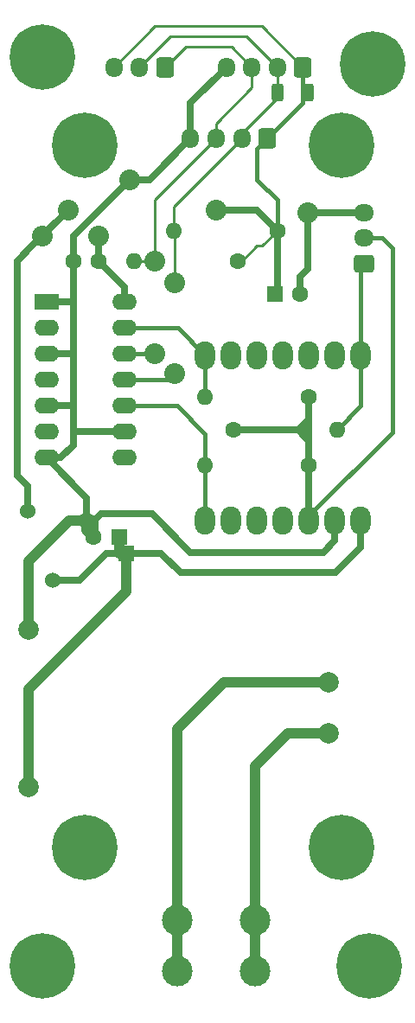
<source format=gbr>
%TF.GenerationSoftware,KiCad,Pcbnew,7.0.8*%
%TF.CreationDate,2023-10-09T03:06:34-07:00*%
%TF.ProjectId,PZEM-Stack R1,505a454d-2d53-4746-9163-6b2052312e6b,rev?*%
%TF.SameCoordinates,Original*%
%TF.FileFunction,Copper,L2,Bot*%
%TF.FilePolarity,Positive*%
%FSLAX46Y46*%
G04 Gerber Fmt 4.6, Leading zero omitted, Abs format (unit mm)*
G04 Created by KiCad (PCBNEW 7.0.8) date 2023-10-09 03:06:34*
%MOMM*%
%LPD*%
G01*
G04 APERTURE LIST*
G04 Aperture macros list*
%AMRoundRect*
0 Rectangle with rounded corners*
0 $1 Rounding radius*
0 $2 $3 $4 $5 $6 $7 $8 $9 X,Y pos of 4 corners*
0 Add a 4 corners polygon primitive as box body*
4,1,4,$2,$3,$4,$5,$6,$7,$8,$9,$2,$3,0*
0 Add four circle primitives for the rounded corners*
1,1,$1+$1,$2,$3*
1,1,$1+$1,$4,$5*
1,1,$1+$1,$6,$7*
1,1,$1+$1,$8,$9*
0 Add four rect primitives between the rounded corners*
20,1,$1+$1,$2,$3,$4,$5,0*
20,1,$1+$1,$4,$5,$6,$7,0*
20,1,$1+$1,$6,$7,$8,$9,0*
20,1,$1+$1,$8,$9,$2,$3,0*%
G04 Aperture macros list end*
%TA.AperFunction,ComponentPad*%
%ADD10RoundRect,1.000000X0.000000X0.375000X0.000000X-0.375000X0.000000X-0.375000X0.000000X0.375000X0*%
%TD*%
%TA.AperFunction,ComponentPad*%
%ADD11C,0.800000*%
%TD*%
%TA.AperFunction,ComponentPad*%
%ADD12C,6.400000*%
%TD*%
%TA.AperFunction,ComponentPad*%
%ADD13RoundRect,0.250000X0.600000X0.725000X-0.600000X0.725000X-0.600000X-0.725000X0.600000X-0.725000X0*%
%TD*%
%TA.AperFunction,ComponentPad*%
%ADD14O,1.700000X1.950000*%
%TD*%
%TA.AperFunction,ComponentPad*%
%ADD15C,1.600000*%
%TD*%
%TA.AperFunction,ComponentPad*%
%ADD16R,1.600000X1.600000*%
%TD*%
%TA.AperFunction,ComponentPad*%
%ADD17O,1.600000X1.600000*%
%TD*%
%TA.AperFunction,ComponentPad*%
%ADD18R,2.400000X1.600000*%
%TD*%
%TA.AperFunction,ComponentPad*%
%ADD19O,2.400000X1.600000*%
%TD*%
%TA.AperFunction,ComponentPad*%
%ADD20RoundRect,0.250000X0.725000X-0.600000X0.725000X0.600000X-0.725000X0.600000X-0.725000X-0.600000X0*%
%TD*%
%TA.AperFunction,ComponentPad*%
%ADD21O,1.950000X1.700000*%
%TD*%
%TA.AperFunction,ComponentPad*%
%ADD22C,3.000000*%
%TD*%
%TA.AperFunction,ComponentPad*%
%ADD23C,2.000000*%
%TD*%
%TA.AperFunction,SMDPad,CuDef*%
%ADD24RoundRect,0.250000X0.312500X0.625000X-0.312500X0.625000X-0.312500X-0.625000X0.312500X-0.625000X0*%
%TD*%
%TA.AperFunction,ViaPad*%
%ADD25C,2.032000*%
%TD*%
%TA.AperFunction,ViaPad*%
%ADD26C,1.524000*%
%TD*%
%TA.AperFunction,Conductor*%
%ADD27C,0.381000*%
%TD*%
%TA.AperFunction,Conductor*%
%ADD28C,0.635000*%
%TD*%
%TA.AperFunction,Conductor*%
%ADD29C,1.016000*%
%TD*%
%TA.AperFunction,Conductor*%
%ADD30C,0.250000*%
%TD*%
G04 APERTURE END LIST*
D10*
%TO.P,U2,1,PA02_A0_D0*%
%TO.N,Net-(J4-Pin_1)*%
X35160000Y63781000D03*
%TO.P,U2,2,PA4_A1_D1*%
%TO.N,unconnected-(U2-PA4_A1_D1-Pad2)*%
X32620000Y63781000D03*
%TO.P,U2,3,PA10_A2_D2*%
%TO.N,unconnected-(U2-PA10_A2_D2-Pad3)*%
X30080000Y63781000D03*
%TO.P,U2,4,PA11_A3_D3*%
%TO.N,unconnected-(U2-PA11_A3_D3-Pad4)*%
X27540000Y63781000D03*
%TO.P,U2,5,PA8_A4_D4_SDA*%
%TO.N,unconnected-(U2-PA8_A4_D4_SDA-Pad5)*%
X25000000Y63781000D03*
%TO.P,U2,6,PA9_A5_D5_SCL*%
%TO.N,unconnected-(U2-PA9_A5_D5_SCL-Pad6)*%
X22460000Y63781000D03*
%TO.P,U2,7,PB08_A6_D6_TX*%
%TO.N,/MOSI*%
X19920000Y63781000D03*
%TO.P,U2,8,PB09_A7_D7_RX*%
%TO.N,/MISO*%
X19920000Y47616000D03*
%TO.P,U2,9,PA7_A8_D8_SCK*%
%TO.N,unconnected-(U2-PA7_A8_D8_SCK-Pad9)*%
X22460000Y47616000D03*
%TO.P,U2,10,PA5_A9_D9_MISO*%
%TO.N,unconnected-(U2-PA5_A9_D9_MISO-Pad10)*%
X25000000Y47616000D03*
%TO.P,U2,11,PA6_A10_D10_MOSI*%
%TO.N,unconnected-(U2-PA6_A10_D10_MOSI-Pad11)*%
X27540000Y47616000D03*
%TO.P,U2,12,3V3*%
%TO.N,+3V3*%
X30080000Y47616000D03*
%TO.P,U2,13,GND*%
%TO.N,GND*%
X32620000Y47616000D03*
%TO.P,U2,14,5V*%
%TO.N,+5V*%
X35160000Y47616000D03*
%TD*%
D11*
%TO.P,H4,1*%
%TO.N,N/C*%
X33902944Y92302944D03*
X34605888Y94000000D03*
X34605888Y90605888D03*
X36302944Y94702944D03*
D12*
X36302944Y92302944D03*
D11*
X36302944Y89902944D03*
X38000000Y94000000D03*
X38000000Y90605888D03*
X38702944Y92302944D03*
%TD*%
%TO.P,H3,1*%
%TO.N,N/C*%
X33600000Y4000000D03*
X34302944Y5697056D03*
X34302944Y2302944D03*
X36000000Y6400000D03*
D12*
X36000000Y4000000D03*
D11*
X36000000Y1600000D03*
X37697056Y5697056D03*
X37697056Y2302944D03*
X38400000Y4000000D03*
%TD*%
%TO.P,H2,1*%
%TO.N,N/C*%
X1600000Y93000000D03*
X2302944Y94697056D03*
X2302944Y91302944D03*
X4000000Y95400000D03*
D12*
X4000000Y93000000D03*
D11*
X4000000Y90600000D03*
X5697056Y94697056D03*
X5697056Y91302944D03*
X6400000Y93000000D03*
%TD*%
%TO.P,H1,1*%
%TO.N,N/C*%
X1600000Y4000000D03*
X2302944Y5697056D03*
X2302944Y2302944D03*
X4000000Y6400000D03*
D12*
X4000000Y4000000D03*
D11*
X4000000Y1600000D03*
X5697056Y5697056D03*
X5697056Y2302944D03*
X6400000Y4000000D03*
%TD*%
D13*
%TO.P,J9,1,Pin_1*%
%TO.N,/TX-MOSI*%
X16000000Y92000000D03*
D14*
%TO.P,J9,2,Pin_2*%
%TO.N,/RX-MISO*%
X13500000Y92000000D03*
%TO.P,J9,3,Pin_3*%
%TO.N,+5V*%
X11000000Y92000000D03*
%TD*%
D13*
%TO.P,J2,1,Pin_1*%
%TO.N,+5V*%
X29500000Y92000000D03*
D14*
%TO.P,J2,2,Pin_2*%
%TO.N,/RX-MISO*%
X27000000Y92000000D03*
%TO.P,J2,3,Pin_3*%
%TO.N,/TX-MOSI*%
X24500000Y92000000D03*
%TO.P,J2,4,Pin_4*%
%TO.N,GND*%
X22000000Y92000000D03*
%TD*%
D15*
%TO.P,C1,1*%
%TO.N,+5V*%
X9500000Y73000000D03*
%TO.P,C1,2*%
%TO.N,GND*%
X7000000Y73000000D03*
%TD*%
D16*
%TO.P,C4,1*%
%TO.N,+5V*%
X26750000Y69750000D03*
D15*
%TO.P,C4,2*%
%TO.N,GND*%
X29250000Y69750000D03*
%TD*%
%TO.P,R3,1*%
%TO.N,+3V3*%
X30080000Y53000000D03*
D17*
%TO.P,R3,2*%
%TO.N,/MISO*%
X19920000Y53000000D03*
%TD*%
D15*
%TO.P,R4,1*%
%TO.N,+3V3*%
X30080000Y59750000D03*
D17*
%TO.P,R4,2*%
%TO.N,/MOSI*%
X19920000Y59750000D03*
%TD*%
D15*
%TO.P,R1,1*%
%TO.N,+5V*%
X27000000Y76000000D03*
D17*
%TO.P,R1,2*%
%TO.N,/RX-MISO*%
X16840000Y76000000D03*
%TD*%
D15*
%TO.P,R2,1*%
%TO.N,+5V*%
X23080000Y73000000D03*
D17*
%TO.P,R2,2*%
%TO.N,/TX-MOSI*%
X12920000Y73000000D03*
%TD*%
D18*
%TO.P,U1,1*%
%TO.N,GND*%
X4380000Y69000000D03*
D19*
%TO.P,U1,2*%
%TO.N,unconnected-(U1-Pad2)*%
X4380000Y66460000D03*
%TO.P,U1,3*%
%TO.N,GND*%
X4380000Y63920000D03*
%TO.P,U1,4*%
%TO.N,unconnected-(U1-Pad4)*%
X4380000Y61380000D03*
%TO.P,U1,5*%
%TO.N,GND*%
X4380000Y58840000D03*
%TO.P,U1,6*%
%TO.N,unconnected-(U1-Pad6)*%
X4380000Y56300000D03*
%TO.P,U1,7,GND*%
%TO.N,GND*%
X4380000Y53760000D03*
%TO.P,U1,8*%
%TO.N,unconnected-(U1-Pad8)*%
X12000000Y53760000D03*
%TO.P,U1,9*%
%TO.N,GND*%
X12000000Y56300000D03*
%TO.P,U1,10*%
%TO.N,/MISO*%
X12000000Y58840000D03*
%TO.P,U1,11*%
%TO.N,/RX-MISO*%
X12000000Y61380000D03*
%TO.P,U1,12*%
%TO.N,/TX-MOSI*%
X12000000Y63920000D03*
%TO.P,U1,13*%
%TO.N,/MOSI*%
X12000000Y66460000D03*
%TO.P,U1,14,VCC*%
%TO.N,+5V*%
X12000000Y69000000D03*
%TD*%
D13*
%TO.P,J1,1,Pin_1*%
%TO.N,+5V*%
X26000000Y85000000D03*
D14*
%TO.P,J1,2,Pin_2*%
%TO.N,/RX-MISO*%
X23500000Y85000000D03*
%TO.P,J1,3,Pin_3*%
%TO.N,/TX-MOSI*%
X21000000Y85000000D03*
%TO.P,J1,4,Pin_4*%
%TO.N,GND*%
X18500000Y85000000D03*
%TD*%
D11*
%TO.P,H8,1*%
%TO.N,N/C*%
X30902944Y15600000D03*
X31605888Y17297056D03*
X31605888Y13902944D03*
X33302944Y18000000D03*
D12*
X33302944Y15600000D03*
D11*
X33302944Y13200000D03*
X35000000Y17297056D03*
X35000000Y13902944D03*
X35702944Y15600000D03*
%TD*%
%TO.P,H7,1*%
%TO.N,N/C*%
X5752944Y15600000D03*
X6455888Y17297056D03*
X6455888Y13902944D03*
X8152944Y18000000D03*
D12*
X8152944Y15600000D03*
D11*
X8152944Y13200000D03*
X9850000Y17297056D03*
X9850000Y13902944D03*
X10552944Y15600000D03*
%TD*%
%TO.P,H6,1*%
%TO.N,N/C*%
X30902944Y84320000D03*
X31605888Y86017056D03*
X31605888Y82622944D03*
X33302944Y86720000D03*
D12*
X33302944Y84320000D03*
D11*
X33302944Y81920000D03*
X35000000Y86017056D03*
X35000000Y82622944D03*
X35702944Y84320000D03*
%TD*%
D15*
%TO.P,R5,1*%
%TO.N,+3V3*%
X22670000Y56500000D03*
D17*
%TO.P,R5,2*%
%TO.N,Net-(J4-Pin_1)*%
X32830000Y56500000D03*
%TD*%
D16*
%TO.P,C2,1*%
%TO.N,+5V*%
X12170937Y44400000D03*
X11500000Y46000000D03*
D15*
%TO.P,C2,2*%
%TO.N,GND*%
X9000000Y46000000D03*
X8329063Y47600000D03*
%TD*%
D20*
%TO.P,J4,1,Pin_1*%
%TO.N,Net-(J4-Pin_1)*%
X35475000Y72750000D03*
D21*
%TO.P,J4,2,Pin_2*%
%TO.N,+3V3*%
X35475000Y75250000D03*
%TO.P,J4,3,Pin_3*%
%TO.N,GND*%
X35475000Y77750000D03*
%TD*%
D22*
%TO.P,J3,1,Pin_1*%
%TO.N,Net-(J3-Pin_1)*%
X24810000Y8500000D03*
X24810000Y3500000D03*
%TO.P,J3,2,Pin_2*%
%TO.N,Net-(J3-Pin_2)*%
X17190000Y8500000D03*
X17190000Y3500000D03*
%TD*%
D23*
%TO.P,U3,1,AC*%
%TO.N,Net-(J3-Pin_1)*%
X32000000Y26750000D03*
%TO.P,U3,2,AC*%
%TO.N,Net-(J3-Pin_2)*%
X32000000Y31750000D03*
%TO.P,U3,3,-Vo*%
%TO.N,GND*%
X2600000Y36950000D03*
%TO.P,U3,4,+Vo*%
%TO.N,+5V*%
X2600000Y21550000D03*
%TD*%
D11*
%TO.P,H5,1*%
%TO.N,N/C*%
X5752944Y84320000D03*
X6455888Y86017056D03*
X6455888Y82622944D03*
X8152944Y86720000D03*
D12*
X8152944Y84320000D03*
D11*
X8152944Y81920000D03*
X9850000Y86017056D03*
X9850000Y82622944D03*
X10552944Y84320000D03*
%TD*%
D24*
%TO.P,R7,1*%
%TO.N,+5V*%
X29962500Y89500000D03*
%TO.P,R7,2*%
%TO.N,/RX-MISO*%
X27037500Y89500000D03*
%TD*%
D25*
%TO.N,+5V*%
X21000000Y78000000D03*
X6500000Y78000000D03*
%TO.N,GND*%
X12500000Y81000000D03*
X30000000Y77750000D03*
D26*
%TO.N,+5V*%
X5000000Y41750000D03*
X2500000Y48500000D03*
D25*
X9500000Y75500000D03*
X4000000Y75500000D03*
%TO.N,/TX-MOSI*%
X15000000Y73000000D03*
X15000000Y63920000D03*
%TO.N,/RX-MISO*%
X16913000Y70913000D03*
X16913000Y62000000D03*
%TD*%
D27*
%TO.N,+3V3*%
X37250000Y75250000D02*
X35475000Y75250000D01*
X30080000Y48080000D02*
X38250000Y56250000D01*
X30080000Y47616000D02*
X30080000Y48080000D01*
X38250000Y56250000D02*
X38250000Y74250000D01*
X38250000Y74250000D02*
X37250000Y75250000D01*
D28*
%TO.N,+5V*%
X17500000Y42500000D02*
X32660000Y42500000D01*
X32660000Y42500000D02*
X35160000Y45000000D01*
X15600000Y44400000D02*
X17500000Y42500000D01*
X12170937Y44400000D02*
X15600000Y44400000D01*
X35160000Y45000000D02*
X35160000Y47616000D01*
%TO.N,GND*%
X9100000Y47600000D02*
X8329063Y47600000D01*
X9750000Y48250000D02*
X9100000Y47600000D01*
X14750000Y48250000D02*
X9750000Y48250000D01*
X18500000Y44500000D02*
X14750000Y48250000D01*
X31500000Y44500000D02*
X18500000Y44500000D01*
X32620000Y45620000D02*
X31500000Y44500000D01*
X32620000Y47616000D02*
X32620000Y45620000D01*
D29*
X9000000Y47600000D02*
X8329063Y47600000D01*
X9000000Y46000000D02*
X9000000Y47600000D01*
X9000000Y46000000D02*
X8329063Y46670937D01*
X8329063Y46670937D02*
X8329063Y47600000D01*
%TO.N,+5V*%
X11500000Y46000000D02*
X11500000Y44400000D01*
D28*
X7635469Y41750000D02*
X5000000Y41750000D01*
X10285469Y44400000D02*
X7635469Y41750000D01*
X12170937Y44400000D02*
X10285469Y44400000D01*
D29*
X12170937Y41500000D02*
X12170937Y44400000D01*
X12170937Y41500000D02*
X12170937Y40670937D01*
X12170937Y42500000D02*
X12170937Y41500000D01*
D30*
X25000000Y74500000D02*
X23500000Y73000000D01*
X25500000Y74500000D02*
X25000000Y74500000D01*
X23500000Y73000000D02*
X23080000Y73000000D01*
X27000000Y76000000D02*
X25500000Y74500000D01*
D28*
X27000000Y76000000D02*
X27000000Y70000000D01*
X27000000Y70000000D02*
X26750000Y69750000D01*
X25750000Y77250000D02*
X27000000Y76000000D01*
X25000000Y78000000D02*
X25750000Y77250000D01*
X21000000Y78000000D02*
X25000000Y78000000D01*
X3000000Y74500000D02*
X6500000Y78000000D01*
X3000000Y74500000D02*
X4000000Y75500000D01*
X1500000Y73000000D02*
X3000000Y74500000D01*
%TO.N,GND*%
X7000000Y75500000D02*
X12500000Y81000000D01*
X7000000Y73000000D02*
X7000000Y75500000D01*
X14500000Y81000000D02*
X18500000Y85000000D01*
X12500000Y81000000D02*
X14500000Y81000000D01*
D30*
%TO.N,/RX-MISO*%
X16840000Y78340000D02*
X16840000Y76000000D01*
X23500000Y85000000D02*
X16840000Y78340000D01*
%TO.N,/TX-MOSI*%
X21000000Y85000000D02*
X15000000Y79000000D01*
X15000000Y79000000D02*
X15000000Y73000000D01*
D28*
%TO.N,GND*%
X29250000Y71500000D02*
X29250000Y69750000D01*
X30000000Y72250000D02*
X29250000Y71500000D01*
X30000000Y77750000D02*
X30000000Y72250000D01*
X35475000Y77750000D02*
X30000000Y77750000D01*
X8329063Y47600000D02*
X8329063Y49810937D01*
X7000000Y72000000D02*
X7000000Y73000000D01*
X5760000Y53760000D02*
X7000000Y55000000D01*
X4380000Y53760000D02*
X5760000Y53760000D01*
X7000000Y55000000D02*
X7000000Y57000000D01*
X4380000Y69000000D02*
X7000000Y69000000D01*
X4380000Y58840000D02*
X7000000Y58840000D01*
X4380000Y63920000D02*
X7000000Y63920000D01*
X8329063Y49810937D02*
X4380000Y53760000D01*
X18500000Y85000000D02*
X18500000Y88500000D01*
D29*
X2600000Y43600000D02*
X6600000Y47600000D01*
X2600000Y36950000D02*
X2600000Y43600000D01*
D28*
X18500000Y88500000D02*
X22000000Y92000000D01*
X7000000Y57000000D02*
X7000000Y72000000D01*
D29*
X6600000Y47600000D02*
X8329063Y47600000D01*
D28*
X12000000Y56300000D02*
X7000000Y56300000D01*
%TO.N,+5V*%
X12170937Y42500000D02*
X12170937Y44400000D01*
D27*
X27000000Y79000000D02*
X27000000Y76000000D01*
D30*
X25500000Y96000000D02*
X29500000Y92000000D01*
D29*
X12170937Y40670937D02*
X2600000Y31100000D01*
D30*
X11000000Y92000000D02*
X15000000Y96000000D01*
X15000000Y96000000D02*
X25500000Y96000000D01*
D27*
X25000000Y81000000D02*
X27000000Y79000000D01*
X26000000Y85000000D02*
X25000000Y84000000D01*
X26000000Y85000000D02*
X29500000Y88500000D01*
D28*
X12000000Y69000000D02*
X12000000Y70500000D01*
D27*
X25000000Y84000000D02*
X25000000Y81000000D01*
D28*
X9500000Y73000000D02*
X9500000Y75500000D01*
X2500000Y51000000D02*
X1500000Y52000000D01*
D29*
X2600000Y31100000D02*
X2600000Y21550000D01*
D28*
X2500000Y48500000D02*
X2500000Y51000000D01*
X12000000Y70500000D02*
X9500000Y73000000D01*
D27*
X29500000Y88500000D02*
X29500000Y92000000D01*
D28*
X1500000Y52000000D02*
X1500000Y73000000D01*
%TO.N,+3V3*%
X29000000Y56500000D02*
X29080000Y56500000D01*
X29000000Y56500000D02*
X30080000Y56500000D01*
X30080000Y50000000D02*
X30080000Y47616000D01*
X30080000Y50000000D02*
X30080000Y59750000D01*
X29000000Y56500000D02*
X30080000Y55420000D01*
D27*
X30080000Y47616000D02*
X30080000Y56500000D01*
X30080000Y57500000D02*
X30080000Y59750000D01*
X30080000Y56500000D02*
X30080000Y57500000D01*
D28*
X30080000Y55420000D02*
X30080000Y50000000D01*
X29080000Y56500000D02*
X30080000Y57500000D01*
X22670000Y56500000D02*
X29000000Y56500000D01*
D30*
%TO.N,/TX-MOSI*%
X22500000Y94000000D02*
X24500000Y92000000D01*
X12920000Y73000000D02*
X15000000Y73000000D01*
X24500000Y91000000D02*
X24500000Y92000000D01*
D27*
X12000000Y63920000D02*
X15000000Y63920000D01*
D30*
X21000000Y86500000D02*
X24500000Y90000000D01*
X18000000Y94000000D02*
X22500000Y94000000D01*
X24500000Y90000000D02*
X24500000Y91000000D01*
X21000000Y85000000D02*
X21000000Y86500000D01*
X16000000Y92000000D02*
X18000000Y94000000D01*
%TO.N,/RX-MISO*%
X27000000Y92000000D02*
X27000000Y89537500D01*
D27*
X16913000Y62000000D02*
X16293000Y61380000D01*
D30*
X27037500Y89037500D02*
X23500000Y85500000D01*
X27000000Y89537500D02*
X27037500Y89500000D01*
X16840000Y76000000D02*
X16913000Y75927000D01*
X16500000Y95000000D02*
X13500000Y92000000D01*
X23500000Y85500000D02*
X23500000Y85000000D01*
X27000000Y90000000D02*
X27000000Y92000000D01*
D27*
X16293000Y61380000D02*
X12000000Y61380000D01*
D30*
X27000000Y92000000D02*
X24000000Y95000000D01*
X24000000Y95000000D02*
X16500000Y95000000D01*
X27037500Y89500000D02*
X27037500Y89037500D01*
X16913000Y75927000D02*
X16913000Y70913000D01*
D27*
X17000000Y62000000D02*
X16913000Y62000000D01*
%TO.N,/MOSI*%
X19920000Y59750000D02*
X19920000Y63781000D01*
X12000000Y66460000D02*
X17241000Y66460000D01*
X17241000Y66460000D02*
X19920000Y63781000D01*
%TO.N,/MISO*%
X12000000Y58840000D02*
X17160000Y58840000D01*
X19920000Y56080000D02*
X19920000Y47616000D01*
X17160000Y58840000D02*
X19920000Y56080000D01*
D29*
%TO.N,Net-(J3-Pin_1)*%
X24810000Y3500000D02*
X24810000Y19000000D01*
X24810000Y19000000D02*
X24810000Y23560000D01*
X28000000Y26750000D02*
X32000000Y26750000D01*
X24810000Y23560000D02*
X28000000Y26750000D01*
%TO.N,Net-(J3-Pin_2)*%
X17190000Y8500000D02*
X17190000Y27190000D01*
X17190000Y27190000D02*
X21750000Y31750000D01*
X21750000Y31750000D02*
X32000000Y31750000D01*
X17190000Y3500000D02*
X17190000Y8500000D01*
D27*
%TO.N,Net-(J4-Pin_1)*%
X35160000Y63781000D02*
X35160000Y58830000D01*
X35160000Y58830000D02*
X32830000Y56500000D01*
X35475000Y72750000D02*
X35160000Y72435000D01*
X35160000Y72435000D02*
X35160000Y63781000D01*
%TD*%
M02*

</source>
